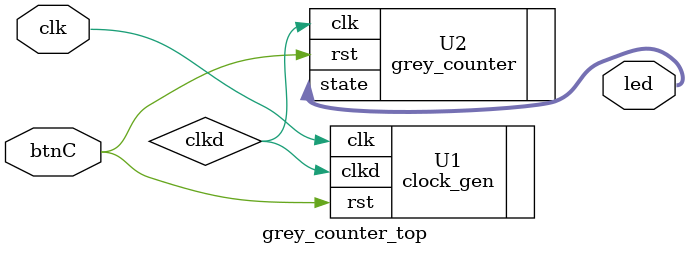
<source format=v>
`timescale 1ns / 1ps


module grey_counter_top(
    input btnC,
    input clk,
    output [2:0] led
    );
    
    wire clkd;
    
    clock_gen U1 (
        .clk(clk),
        .rst(btnC),
        .clkd(clkd)
    );
    
    grey_counter U2 (
        .clk(clkd),
        .rst(btnC),
        .state(led)
    );
    
    
endmodule

</source>
